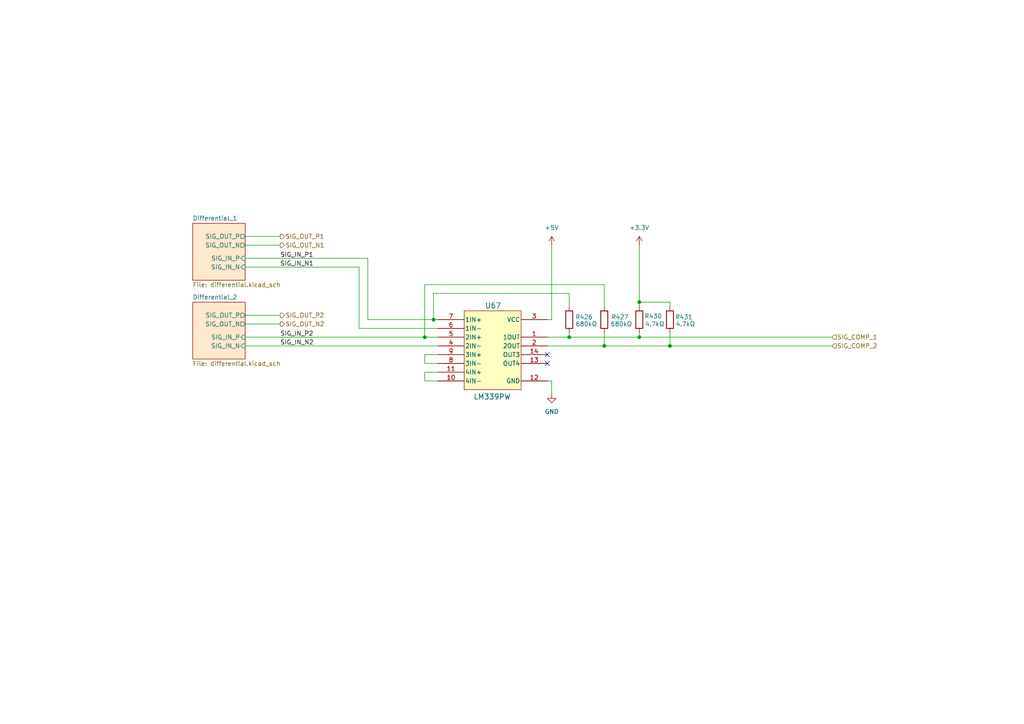
<source format=kicad_sch>
(kicad_sch (version 20250114) (generator "eeschema") (generator_version "9.0")
  (paper "A4")
  (lib_symbols
    (symbol "Device:R" (pin_numbers (hide yes)) (pin_names (offset 0))
      (property "Reference" "R" (at 2.032 0 90))
      (property "Value" "R" (at 0 0 90))
      (symbol "R_0_1"
        (rectangle (start -1.016 -2.54) (end 1.016 2.54) (stroke (width 0.254)))
      )
      (symbol "R_1_1"
        (pin passive line (at 0 3.81 270) (length 1.27) (name "~") (number "1"))
        (pin passive line (at 0 -3.81 90) (length 1.27) (name "~") (number "2"))
      )
    )
    (symbol "LM339PW:LM339PW" (pin_names (offset 0.254))
      (property "Reference" "U" (at 23.368 4.064 0))
      (property "Value" "LM339PW" (at 23.368 -22.352 0))
      (symbol "LM339PW_0_1"
        (pin input line (at 7.62 0 0) (length 7.62) (name "1IN+") (number "7"))
        (pin input line (at 7.62 -2.54 0) (length 7.62) (name "1IN-") (number "6"))
        (pin input line (at 7.62 -5.08 0) (length 7.62) (name "2IN+") (number "5"))
        (pin input line (at 7.62 -7.62 0) (length 7.62) (name "2IN-") (number "4"))
        (pin input line (at 7.62 -10.16 0) (length 7.62) (name "3IN+") (number "9"))
        (pin input line (at 7.62 -12.7 0) (length 7.62) (name "3IN-") (number "8"))
        (pin input line (at 7.62 -15.24 0) (length 7.62) (name "4IN+") (number "11"))
        (pin input line (at 7.62 -17.78 0) (length 7.62) (name "4IN-") (number "10"))
        (pin power_in line (at 39.37 0 180) (length 7.62) (name "VCC") (number "3"))
        (pin output line (at 39.37 -5.08 180) (length 7.62) (name "1OUT") (number "1"))
        (pin output line (at 39.37 -7.62 180) (length 7.62) (name "2OUT") (number "2"))
        (pin output line (at 39.37 -10.16 180) (length 7.62) (name "OUT3") (number "14"))
        (pin output line (at 39.37 -12.7 180) (length 7.62) (name "OUT4") (number "13"))
        (pin power_in line (at 39.37 -17.78 180) (length 7.62) (name "GND") (number "12"))
      )
      (symbol "LM339PW_1_1"
        (rectangle (start 15.24 2.54) (end 31.75 -20.32) (fill (type background)))
      )
    )
    (symbol "power:+3.3V" (power) (pin_numbers (hide yes)) (pin_names (offset 0) (hide yes))
      (property "Value" "+3.3V" (at 0 3.556 0))
      (symbol "+3.3V_0_1"
        (polyline (pts (xy -0.762 1.27) (xy 0 2.54)))
        (polyline (pts (xy 0 2.54) (xy 0.762 1.27)))
        (polyline (pts (xy 0 0) (xy 0 2.54)))
      )
      (symbol "+3.3V_1_1"
        (pin power_in line (at 0 0 90) (length 0) (name "~") (number "1"))
      )
    )
    (symbol "power:+5V" (power) (pin_numbers (hide yes)) (pin_names (offset 0) (hide yes))
      (property "Value" "+5V" (at 0 3.556 0))
      (symbol "+5V_0_1"
        (polyline (pts (xy -0.762 1.27) (xy 0 2.54)))
        (polyline (pts (xy 0 2.54) (xy 0.762 1.27)))
        (polyline (pts (xy 0 0) (xy 0 2.54)))
      )
      (symbol "+5V_1_1"
        (pin power_in line (at 0 0 90) (length 0) (name "~") (number "1"))
      )
    )
    (symbol "power:GND" (power) (pin_numbers (hide yes)) (pin_names (offset 0) (hide yes))
      (property "Value" "GND" (at 0 -3.81 0))
      (symbol "GND_0_1"
        (polyline (pts (xy 0 0) (xy 0 -1.27) (xy 1.27 -1.27) (xy 0 -2.54) (xy -1.27 -1.27) (xy 0 -1.27)))
      )
      (symbol "GND_1_1"
        (pin power_in line (at 0 0 270) (length 0) (name "~") (number "1"))
      )
    )
  )
  (junction (at 165.1 97.79))
  (junction (at 194.31 100.33))
  (junction (at 125.73 92.71))
  (junction (at 175.26 100.33))
  (junction (at 185.42 87.63))
  (junction (at 185.42 97.79))
  (junction (at 123.19 97.79))
  (no_connect (at 158.75 105.41))
  (no_connect (at 158.75 102.87))
  (wire (pts (xy 123.19 102.87) (xy 123.19 105.41)))
  (wire (pts (xy 123.19 82.55) (xy 123.19 97.79)))
  (wire (pts (xy 175.26 100.33) (xy 194.31 100.33)))
  (wire (pts (xy 160.02 71.12) (xy 160.02 92.71)))
  (wire (pts (xy 194.31 100.33) (xy 241.3 100.33)))
  (wire (pts (xy 127 102.87) (xy 123.19 102.87)))
  (wire (pts (xy 185.42 87.63) (xy 185.42 88.9)))
  (wire (pts (xy 175.26 96.52) (xy 175.26 100.33)))
  (wire (pts (xy 185.42 87.63) (xy 194.31 87.63)))
  (wire (pts (xy 185.42 97.79) (xy 241.3 97.79)))
  (wire (pts (xy 125.73 92.71) (xy 127 92.71)))
  (wire (pts (xy 71.12 93.98) (xy 81.28 93.98)))
  (wire (pts (xy 185.42 96.52) (xy 185.42 97.79)))
  (wire (pts (xy 71.12 100.33) (xy 127 100.33)))
  (wire (pts (xy 165.1 97.79) (xy 158.75 97.79)))
  (wire (pts (xy 106.68 92.71) (xy 125.73 92.71)))
  (wire (pts (xy 125.73 85.09) (xy 125.73 92.71)))
  (wire (pts (xy 104.14 95.25) (xy 127 95.25)))
  (wire (pts (xy 175.26 100.33) (xy 158.75 100.33)))
  (wire (pts (xy 123.19 105.41) (xy 127 105.41)))
  (wire (pts (xy 165.1 96.52) (xy 165.1 97.79)))
  (wire (pts (xy 175.26 82.55) (xy 175.26 88.9)))
  (wire (pts (xy 165.1 85.09) (xy 165.1 88.9)))
  (wire (pts (xy 158.75 110.49) (xy 160.02 110.49)))
  (wire (pts (xy 165.1 97.79) (xy 185.42 97.79)))
  (wire (pts (xy 71.12 71.12) (xy 81.28 71.12)))
  (wire (pts (xy 125.73 85.09) (xy 165.1 85.09)))
  (wire (pts (xy 160.02 92.71) (xy 158.75 92.71)))
  (wire (pts (xy 104.14 77.47) (xy 104.14 95.25)))
  (wire (pts (xy 123.19 110.49) (xy 127 110.49)))
  (wire (pts (xy 123.19 82.55) (xy 175.26 82.55)))
  (wire (pts (xy 71.12 68.58) (xy 81.28 68.58)))
  (wire (pts (xy 106.68 74.93) (xy 106.68 92.71)))
  (wire (pts (xy 185.42 71.12) (xy 185.42 87.63)))
  (wire (pts (xy 194.31 87.63) (xy 194.31 88.9)))
  (wire (pts (xy 71.12 91.44) (xy 81.28 91.44)))
  (wire (pts (xy 160.02 110.49) (xy 160.02 114.3)))
  (wire (pts (xy 127 107.95) (xy 123.19 107.95)))
  (wire (pts (xy 71.12 77.47) (xy 104.14 77.47)))
  (wire (pts (xy 194.31 96.52) (xy 194.31 100.33)))
  (wire (pts (xy 123.19 97.79) (xy 127 97.79)))
  (wire (pts (xy 123.19 107.95) (xy 123.19 110.49)))
  (wire (pts (xy 71.12 74.93) (xy 106.68 74.93)))
  (wire (pts (xy 71.12 97.79) (xy 123.19 97.79)))
  (label "SIG_IN_N2" (at 81.28 100.33 0))
  (label "SIG_IN_P2" (at 81.28 97.79 0))
  (label "SIG_IN_N1" (at 81.28 77.47 0))
  (label "SIG_IN_P1" (at 81.28 74.93 0))
  (hierarchical_label "SIG_OUT_N1" (shape output) (at 81.28 71.12 0))
  (hierarchical_label "SIG_OUT_P1" (shape output) (at 81.28 68.58 0))
  (hierarchical_label "SIG_COMP_2" (shape input) (at 241.3 100.33 0))
  (hierarchical_label "SIG_OUT_P2" (shape output) (at 81.28 91.44 0))
  (hierarchical_label "SIG_OUT_N2" (shape output) (at 81.28 93.98 0))
  (hierarchical_label "SIG_COMP_1" (shape input) (at 241.3 97.79 0))
  (symbol (lib_id "LM339PW:LM339PW") (at 119.38 92.71 0) (unit 1)
    (property "Reference" "U67" (at 143.002 88.646 0) (effects (font (size 1.524 1.524))))
    (property "Value" "LM339PW" (at 142.748 115.062 0) (effects (font (size 1.524 1.524))))
    (property "Footprint" "Package_SO:TSSOP-14_4.4x5mm_P0.65mm" (effects (hide yes)))
    (property "Datasheet" "https://www.ti.com/lit/gpn/lm339" (effects (hide yes)))
    (property "JLCPCB Part #" "C42184" (effects (hide yes)))
    (property "Manufacturer Part #" "LM339PWR" (effects (hide yes)))
    (property "Status" "Extended" (effects (hide yes)))
  )
  (symbol (lib_id "power:GND") (at 160.02 114.3 0) (unit 1)
    (property "Reference" "#PWR0152" (effects (hide yes)))
    (property "Value" "GND" (at 160.02 119.38 0))
    (property "Description" "Power symbol creates a global label with name \"GND\" , ground" (effects (hide yes)))
  )
  (symbol (lib_id "Device:R") (at 165.1 92.71 180) (unit 1)
    (property "Reference" "R426" (at 171.958 91.948 0) (effects (justify left)))
    (property "Value" "680kΩ" (at 173.228 93.98 0) (effects (justify left)))
    (property "Footprint" "Resistor_SMD:R_0201_0603Metric" (effects (hide yes)))
    (property "Datasheet" "https://jlcpcb.com/api/file/downloadByFileSystemAccessId/8590909617453019136" (effects (hide yes)))
    (property "Description" "Resistor" (effects (hide yes)))
    (property "JLCPCB Part #" "C473493" (effects (hide yes)))
    (property "Manufacturer Part #" "0201WMF6803TEE" (effects (hide yes)))
    (property "Status" "Extended" (effects (hide yes)))
  )
  (symbol (lib_id "Device:R") (at 185.42 92.71 180) (unit 1)
    (property "Reference" "R430" (at 192.024 91.694 0) (effects (justify left)))
    (property "Value" "4.7kΩ" (at 192.786 93.98 0) (effects (justify left)))
    (property "Footprint" "Resistor_SMD:R_0201_0603Metric" (effects (hide yes)))
    (property "Datasheet" "https://jlcpcb.com/api/file/downloadByFileSystemAccessId/8588899976969113600" (effects (hide yes)))
    (property "Description" "Resistor" (effects (hide yes)))
    (property "JLCPCB Part #" "C142008" (effects (hide yes)))
    (property "Manufacturer Part #" "RC0201JR-074K7L" (effects (hide yes)))
    (property "Status" "Extended" (effects (hide yes)))
  )
  (symbol (lib_id "Device:R") (at 175.26 92.71 180) (unit 1)
    (property "Reference" "R427" (at 182.372 91.948 0) (effects (justify left)))
    (property "Value" "680kΩ" (at 183.388 93.98 0) (effects (justify left)))
    (property "Footprint" "Resistor_SMD:R_0201_0603Metric" (effects (hide yes)))
    (property "Datasheet" "https://jlcpcb.com/api/file/downloadByFileSystemAccessId/8590909617453019136" (effects (hide yes)))
    (property "Description" "Resistor" (effects (hide yes)))
    (property "JLCPCB Part #" "C473493" (effects (hide yes)))
    (property "Manufacturer Part #" "0201WMF6803TEE" (effects (hide yes)))
    (property "Status" "Extended" (effects (hide yes)))
  )
  (symbol (lib_id "power:+3.3V") (at 185.42 71.12 0) (unit 1)
    (property "Reference" "#PWR0153" (effects (hide yes)))
    (property "Value" "+3.3V" (at 185.42 66.04 0))
    (property "Description" "Power symbol creates a global label with name \"+3.3V\"" (effects (hide yes)))
  )
  (symbol (lib_id "power:+5V") (at 160.02 71.12 0) (unit 1)
    (property "Reference" "#PWR0151" (effects (hide yes)))
    (property "Value" "+5V" (at 160.02 66.04 0))
    (property "Description" "Power symbol creates a global label with name \"+5V\"" (effects (hide yes)))
  )
  (symbol (lib_id "Device:R") (at 194.31 92.71 180) (unit 1)
    (property "Reference" "R431" (at 200.914 91.948 0) (effects (justify left)))
    (property "Value" "4.7kΩ" (at 201.676 93.98 0) (effects (justify left)))
    (property "Footprint" "Resistor_SMD:R_0201_0603Metric" (effects (hide yes)))
    (property "Datasheet" "https://jlcpcb.com/api/file/downloadByFileSystemAccessId/8588899976969113600" (effects (hide yes)))
    (property "Description" "Resistor" (effects (hide yes)))
    (property "JLCPCB Part #" "C142008" (effects (hide yes)))
    (property "Manufacturer Part #" "RC0201JR-074K7L" (effects (hide yes)))
    (property "Status" "Extended" (effects (hide yes)))
  )
  (sheet (at 55.88 87.63) (size 15.24 16.51) (stroke (width 0.1524)) (fill (color 255 143 0 0.2000))
    (property "Sheetname" "Differential_2" (at 55.88 86.9184 0) (effects (justify left bottom)))
    (property "Sheetfile" "differential.kicad_sch" (at 55.88 104.7246 0) (effects (justify left top)))
    (pin "SIG_OUT_N" output (at 71.12 93.98 0))
    (pin "SIG_OUT_P" output (at 71.12 91.44 0))
    (pin "SIG_IN_N" input (at 71.12 100.33 0))
    (pin "SIG_IN_P" input (at 71.12 97.79 0))
  )
  (sheet (at 55.88 64.77) (size 15.24 16.51) (stroke (width 0.1524)) (fill (color 255 143 0 0.2000))
    (property "Sheetname" "Differential_1" (at 55.88 64.0584 0) (effects (justify left bottom)))
    (property "Sheetfile" "differential.kicad_sch" (at 55.88 81.8646 0) (effects (justify left top)))
    (pin "SIG_OUT_N" output (at 71.12 71.12 0))
    (pin "SIG_OUT_P" output (at 71.12 68.58 0))
    (pin "SIG_IN_N" input (at 71.12 77.47 0))
    (pin "SIG_IN_P" input (at 71.12 74.93 0))
  )
)
</source>
